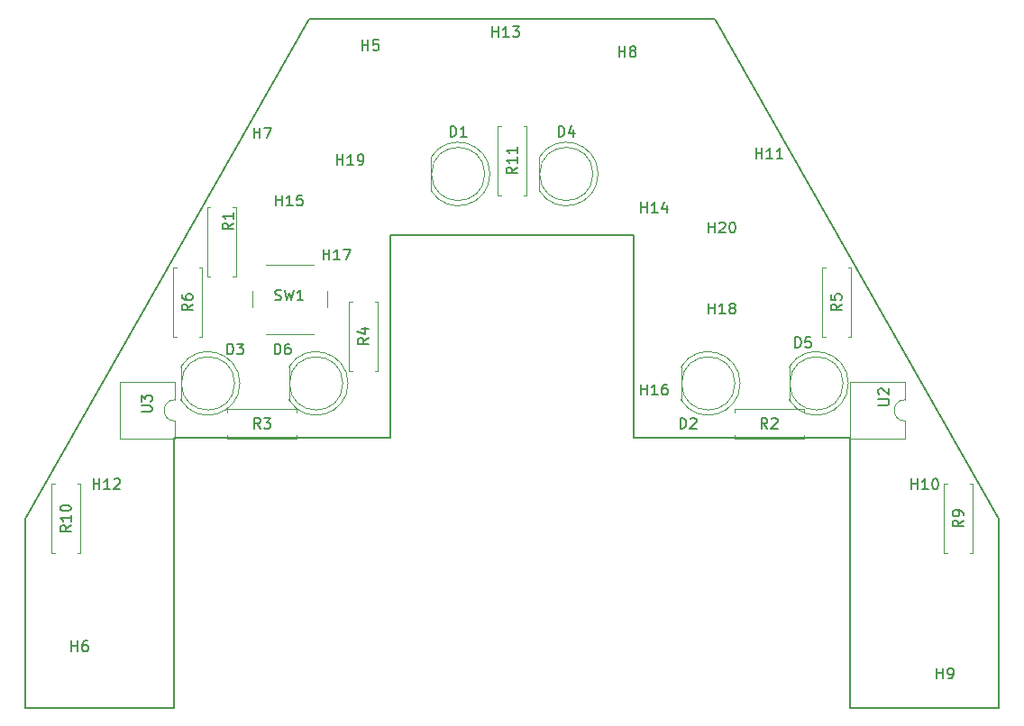
<source format=gbr>
%TF.GenerationSoftware,KiCad,Pcbnew,5.0.2-bee76a0~70~ubuntu18.04.1*%
%TF.CreationDate,2020-12-06T16:42:28+01:00*%
%TF.ProjectId,Robot-power-control,526f626f-742d-4706-9f77-65722d636f6e,rev?*%
%TF.SameCoordinates,Original*%
%TF.FileFunction,Legend,Top*%
%TF.FilePolarity,Positive*%
%FSLAX46Y46*%
G04 Gerber Fmt 4.6, Leading zero omitted, Abs format (unit mm)*
G04 Created by KiCad (PCBNEW 5.0.2-bee76a0~70~ubuntu18.04.1) date dim. 06 déc. 2020 16:42:28 CET*
%MOMM*%
%LPD*%
G01*
G04 APERTURE LIST*
%ADD10C,0.200000*%
%ADD11C,0.120000*%
%ADD12C,0.150000*%
G04 APERTURE END LIST*
D10*
X88900000Y-50800000D02*
X115570000Y-97790000D01*
X115570000Y-115570000D02*
X115570000Y-97790000D01*
X101600000Y-115570000D02*
X115570000Y-115570000D01*
X101600000Y-90170000D02*
X101600000Y-115570000D01*
X81280000Y-90170000D02*
X101600000Y-90170000D01*
X81280000Y-71120000D02*
X81280000Y-90170000D01*
X58420000Y-71120000D02*
X81280000Y-71120000D01*
X58420000Y-90170000D02*
X58420000Y-71120000D01*
X38100000Y-90170000D02*
X58420000Y-90170000D01*
X38100000Y-115570000D02*
X38100000Y-90170000D01*
X24130000Y-115570000D02*
X38100000Y-115570000D01*
X24130000Y-97790000D02*
X24130000Y-115570000D01*
X50800000Y-50800000D02*
X24130000Y-97790000D01*
X50800000Y-50800000D02*
X88900000Y-50800000D01*
D11*
X106740000Y-90280000D02*
X106740000Y-88630000D01*
X101540000Y-90280000D02*
X106740000Y-90280000D01*
X101540000Y-84980000D02*
X101540000Y-90280000D01*
X106740000Y-84980000D02*
X101540000Y-84980000D01*
X106740000Y-86630000D02*
X106740000Y-84980000D01*
X106740000Y-88630000D02*
G75*
G02X106740000Y-86630000I0J1000000D01*
G01*
X38160000Y-90280000D02*
X38160000Y-88630000D01*
X32960000Y-90280000D02*
X38160000Y-90280000D01*
X32960000Y-84980000D02*
X32960000Y-90280000D01*
X38160000Y-84980000D02*
X32960000Y-84980000D01*
X38160000Y-86630000D02*
X38160000Y-84980000D01*
X38160000Y-88630000D02*
G75*
G02X38160000Y-86630000I0J1000000D01*
G01*
X43915000Y-68485000D02*
X43585000Y-68485000D01*
X43915000Y-75025000D02*
X43915000Y-68485000D01*
X43585000Y-75025000D02*
X43915000Y-75025000D01*
X41175000Y-68485000D02*
X41505000Y-68485000D01*
X41175000Y-75025000D02*
X41175000Y-68485000D01*
X41505000Y-75025000D02*
X41175000Y-75025000D01*
X90710000Y-87530000D02*
X90710000Y-87860000D01*
X97250000Y-87530000D02*
X90710000Y-87530000D01*
X97250000Y-87860000D02*
X97250000Y-87530000D01*
X90710000Y-90270000D02*
X90710000Y-89940000D01*
X97250000Y-90270000D02*
X90710000Y-90270000D01*
X97250000Y-89940000D02*
X97250000Y-90270000D01*
X49625000Y-90270000D02*
X49625000Y-89940000D01*
X43085000Y-90270000D02*
X49625000Y-90270000D01*
X43085000Y-89940000D02*
X43085000Y-90270000D01*
X49625000Y-87530000D02*
X49625000Y-87860000D01*
X43085000Y-87530000D02*
X49625000Y-87530000D01*
X43085000Y-87860000D02*
X43085000Y-87530000D01*
X54510000Y-83915000D02*
X54840000Y-83915000D01*
X54510000Y-77375000D02*
X54510000Y-83915000D01*
X54840000Y-77375000D02*
X54510000Y-77375000D01*
X57250000Y-83915000D02*
X56920000Y-83915000D01*
X57250000Y-77375000D02*
X57250000Y-83915000D01*
X56920000Y-77375000D02*
X57250000Y-77375000D01*
X101700000Y-74200000D02*
X101370000Y-74200000D01*
X101700000Y-80740000D02*
X101700000Y-74200000D01*
X101370000Y-80740000D02*
X101700000Y-80740000D01*
X98960000Y-74200000D02*
X99290000Y-74200000D01*
X98960000Y-80740000D02*
X98960000Y-74200000D01*
X99290000Y-80740000D02*
X98960000Y-80740000D01*
X40740000Y-74200000D02*
X40410000Y-74200000D01*
X40740000Y-80740000D02*
X40740000Y-74200000D01*
X40410000Y-80740000D02*
X40740000Y-80740000D01*
X38000000Y-74200000D02*
X38330000Y-74200000D01*
X38000000Y-80740000D02*
X38000000Y-74200000D01*
X38330000Y-80740000D02*
X38000000Y-80740000D01*
X113130000Y-94520000D02*
X112800000Y-94520000D01*
X113130000Y-101060000D02*
X113130000Y-94520000D01*
X112800000Y-101060000D02*
X113130000Y-101060000D01*
X110390000Y-94520000D02*
X110720000Y-94520000D01*
X110390000Y-101060000D02*
X110390000Y-94520000D01*
X110720000Y-101060000D02*
X110390000Y-101060000D01*
X29310000Y-94520000D02*
X28980000Y-94520000D01*
X29310000Y-101060000D02*
X29310000Y-94520000D01*
X28980000Y-101060000D02*
X29310000Y-101060000D01*
X26570000Y-94520000D02*
X26900000Y-94520000D01*
X26570000Y-101060000D02*
X26570000Y-94520000D01*
X26900000Y-101060000D02*
X26570000Y-101060000D01*
X71220000Y-60865000D02*
X70890000Y-60865000D01*
X71220000Y-67405000D02*
X71220000Y-60865000D01*
X70890000Y-67405000D02*
X71220000Y-67405000D01*
X68480000Y-60865000D02*
X68810000Y-60865000D01*
X68480000Y-67405000D02*
X68480000Y-60865000D01*
X68810000Y-67405000D02*
X68480000Y-67405000D01*
X62210000Y-63860000D02*
X62210000Y-66950000D01*
X67270000Y-65405000D02*
G75*
G03X67270000Y-65405000I-2500000J0D01*
G01*
X67760000Y-65404538D02*
G75*
G02X62210000Y-66949830I-2990000J-462D01*
G01*
X67760000Y-65405462D02*
G75*
G03X62210000Y-63860170I-2990000J462D01*
G01*
X91255000Y-85090462D02*
G75*
G03X85705000Y-83545170I-2990000J462D01*
G01*
X91255000Y-85089538D02*
G75*
G02X85705000Y-86634830I-2990000J-462D01*
G01*
X90765000Y-85090000D02*
G75*
G03X90765000Y-85090000I-2500000J0D01*
G01*
X85705000Y-83545000D02*
X85705000Y-86635000D01*
X38715000Y-83545000D02*
X38715000Y-86635000D01*
X43775000Y-85090000D02*
G75*
G03X43775000Y-85090000I-2500000J0D01*
G01*
X44265000Y-85089538D02*
G75*
G02X38715000Y-86634830I-2990000J-462D01*
G01*
X44265000Y-85090462D02*
G75*
G03X38715000Y-83545170I-2990000J462D01*
G01*
X72370000Y-63860000D02*
X72370000Y-66950000D01*
X77430000Y-65405000D02*
G75*
G03X77430000Y-65405000I-2500000J0D01*
G01*
X77920000Y-65404538D02*
G75*
G02X72370000Y-66949830I-2990000J-462D01*
G01*
X77920000Y-65405462D02*
G75*
G03X72370000Y-63860170I-2990000J462D01*
G01*
X101415000Y-85090462D02*
G75*
G03X95865000Y-83545170I-2990000J462D01*
G01*
X101415000Y-85089538D02*
G75*
G02X95865000Y-86634830I-2990000J-462D01*
G01*
X100925000Y-85090000D02*
G75*
G03X100925000Y-85090000I-2500000J0D01*
G01*
X95865000Y-83545000D02*
X95865000Y-86635000D01*
X54425000Y-85090462D02*
G75*
G03X48875000Y-83545170I-2990000J462D01*
G01*
X54425000Y-85089538D02*
G75*
G02X48875000Y-86634830I-2990000J-462D01*
G01*
X53935000Y-85090000D02*
G75*
G03X53935000Y-85090000I-2500000J0D01*
G01*
X48875000Y-83545000D02*
X48875000Y-86635000D01*
X46720000Y-80430000D02*
X51220000Y-80430000D01*
X45470000Y-76430000D02*
X45470000Y-77930000D01*
X51220000Y-73930000D02*
X46720000Y-73930000D01*
X52470000Y-77930000D02*
X52470000Y-76430000D01*
D12*
X104227380Y-87121904D02*
X105036904Y-87121904D01*
X105132142Y-87074285D01*
X105179761Y-87026666D01*
X105227380Y-86931428D01*
X105227380Y-86740952D01*
X105179761Y-86645714D01*
X105132142Y-86598095D01*
X105036904Y-86550476D01*
X104227380Y-86550476D01*
X104322619Y-86121904D02*
X104275000Y-86074285D01*
X104227380Y-85979047D01*
X104227380Y-85740952D01*
X104275000Y-85645714D01*
X104322619Y-85598095D01*
X104417857Y-85550476D01*
X104513095Y-85550476D01*
X104655952Y-85598095D01*
X105227380Y-86169523D01*
X105227380Y-85550476D01*
X35012380Y-87756904D02*
X35821904Y-87756904D01*
X35917142Y-87709285D01*
X35964761Y-87661666D01*
X36012380Y-87566428D01*
X36012380Y-87375952D01*
X35964761Y-87280714D01*
X35917142Y-87233095D01*
X35821904Y-87185476D01*
X35012380Y-87185476D01*
X35012380Y-86804523D02*
X35012380Y-86185476D01*
X35393333Y-86518809D01*
X35393333Y-86375952D01*
X35440952Y-86280714D01*
X35488571Y-86233095D01*
X35583809Y-86185476D01*
X35821904Y-86185476D01*
X35917142Y-86233095D01*
X35964761Y-86280714D01*
X36012380Y-86375952D01*
X36012380Y-86661666D01*
X35964761Y-86756904D01*
X35917142Y-86804523D01*
X43632380Y-70016666D02*
X43156190Y-70350000D01*
X43632380Y-70588095D02*
X42632380Y-70588095D01*
X42632380Y-70207142D01*
X42680000Y-70111904D01*
X42727619Y-70064285D01*
X42822857Y-70016666D01*
X42965714Y-70016666D01*
X43060952Y-70064285D01*
X43108571Y-70111904D01*
X43156190Y-70207142D01*
X43156190Y-70588095D01*
X43632380Y-69064285D02*
X43632380Y-69635714D01*
X43632380Y-69350000D02*
X42632380Y-69350000D01*
X42775238Y-69445238D01*
X42870476Y-69540476D01*
X42918095Y-69635714D01*
X93813333Y-89352380D02*
X93480000Y-88876190D01*
X93241904Y-89352380D02*
X93241904Y-88352380D01*
X93622857Y-88352380D01*
X93718095Y-88400000D01*
X93765714Y-88447619D01*
X93813333Y-88542857D01*
X93813333Y-88685714D01*
X93765714Y-88780952D01*
X93718095Y-88828571D01*
X93622857Y-88876190D01*
X93241904Y-88876190D01*
X94194285Y-88447619D02*
X94241904Y-88400000D01*
X94337142Y-88352380D01*
X94575238Y-88352380D01*
X94670476Y-88400000D01*
X94718095Y-88447619D01*
X94765714Y-88542857D01*
X94765714Y-88638095D01*
X94718095Y-88780952D01*
X94146666Y-89352380D01*
X94765714Y-89352380D01*
X46188333Y-89352380D02*
X45855000Y-88876190D01*
X45616904Y-89352380D02*
X45616904Y-88352380D01*
X45997857Y-88352380D01*
X46093095Y-88400000D01*
X46140714Y-88447619D01*
X46188333Y-88542857D01*
X46188333Y-88685714D01*
X46140714Y-88780952D01*
X46093095Y-88828571D01*
X45997857Y-88876190D01*
X45616904Y-88876190D01*
X46521666Y-88352380D02*
X47140714Y-88352380D01*
X46807380Y-88733333D01*
X46950238Y-88733333D01*
X47045476Y-88780952D01*
X47093095Y-88828571D01*
X47140714Y-88923809D01*
X47140714Y-89161904D01*
X47093095Y-89257142D01*
X47045476Y-89304761D01*
X46950238Y-89352380D01*
X46664523Y-89352380D01*
X46569285Y-89304761D01*
X46521666Y-89257142D01*
X56332380Y-80811666D02*
X55856190Y-81145000D01*
X56332380Y-81383095D02*
X55332380Y-81383095D01*
X55332380Y-81002142D01*
X55380000Y-80906904D01*
X55427619Y-80859285D01*
X55522857Y-80811666D01*
X55665714Y-80811666D01*
X55760952Y-80859285D01*
X55808571Y-80906904D01*
X55856190Y-81002142D01*
X55856190Y-81383095D01*
X55665714Y-79954523D02*
X56332380Y-79954523D01*
X55284761Y-80192619D02*
X55999047Y-80430714D01*
X55999047Y-79811666D01*
X100782380Y-77636666D02*
X100306190Y-77970000D01*
X100782380Y-78208095D02*
X99782380Y-78208095D01*
X99782380Y-77827142D01*
X99830000Y-77731904D01*
X99877619Y-77684285D01*
X99972857Y-77636666D01*
X100115714Y-77636666D01*
X100210952Y-77684285D01*
X100258571Y-77731904D01*
X100306190Y-77827142D01*
X100306190Y-78208095D01*
X99782380Y-76731904D02*
X99782380Y-77208095D01*
X100258571Y-77255714D01*
X100210952Y-77208095D01*
X100163333Y-77112857D01*
X100163333Y-76874761D01*
X100210952Y-76779523D01*
X100258571Y-76731904D01*
X100353809Y-76684285D01*
X100591904Y-76684285D01*
X100687142Y-76731904D01*
X100734761Y-76779523D01*
X100782380Y-76874761D01*
X100782380Y-77112857D01*
X100734761Y-77208095D01*
X100687142Y-77255714D01*
X39822380Y-77636666D02*
X39346190Y-77970000D01*
X39822380Y-78208095D02*
X38822380Y-78208095D01*
X38822380Y-77827142D01*
X38870000Y-77731904D01*
X38917619Y-77684285D01*
X39012857Y-77636666D01*
X39155714Y-77636666D01*
X39250952Y-77684285D01*
X39298571Y-77731904D01*
X39346190Y-77827142D01*
X39346190Y-78208095D01*
X38822380Y-76779523D02*
X38822380Y-76970000D01*
X38870000Y-77065238D01*
X38917619Y-77112857D01*
X39060476Y-77208095D01*
X39250952Y-77255714D01*
X39631904Y-77255714D01*
X39727142Y-77208095D01*
X39774761Y-77160476D01*
X39822380Y-77065238D01*
X39822380Y-76874761D01*
X39774761Y-76779523D01*
X39727142Y-76731904D01*
X39631904Y-76684285D01*
X39393809Y-76684285D01*
X39298571Y-76731904D01*
X39250952Y-76779523D01*
X39203333Y-76874761D01*
X39203333Y-77065238D01*
X39250952Y-77160476D01*
X39298571Y-77208095D01*
X39393809Y-77255714D01*
X112212380Y-97956666D02*
X111736190Y-98290000D01*
X112212380Y-98528095D02*
X111212380Y-98528095D01*
X111212380Y-98147142D01*
X111260000Y-98051904D01*
X111307619Y-98004285D01*
X111402857Y-97956666D01*
X111545714Y-97956666D01*
X111640952Y-98004285D01*
X111688571Y-98051904D01*
X111736190Y-98147142D01*
X111736190Y-98528095D01*
X112212380Y-97480476D02*
X112212380Y-97290000D01*
X112164761Y-97194761D01*
X112117142Y-97147142D01*
X111974285Y-97051904D01*
X111783809Y-97004285D01*
X111402857Y-97004285D01*
X111307619Y-97051904D01*
X111260000Y-97099523D01*
X111212380Y-97194761D01*
X111212380Y-97385238D01*
X111260000Y-97480476D01*
X111307619Y-97528095D01*
X111402857Y-97575714D01*
X111640952Y-97575714D01*
X111736190Y-97528095D01*
X111783809Y-97480476D01*
X111831428Y-97385238D01*
X111831428Y-97194761D01*
X111783809Y-97099523D01*
X111736190Y-97051904D01*
X111640952Y-97004285D01*
X28392380Y-98432857D02*
X27916190Y-98766190D01*
X28392380Y-99004285D02*
X27392380Y-99004285D01*
X27392380Y-98623333D01*
X27440000Y-98528095D01*
X27487619Y-98480476D01*
X27582857Y-98432857D01*
X27725714Y-98432857D01*
X27820952Y-98480476D01*
X27868571Y-98528095D01*
X27916190Y-98623333D01*
X27916190Y-99004285D01*
X28392380Y-97480476D02*
X28392380Y-98051904D01*
X28392380Y-97766190D02*
X27392380Y-97766190D01*
X27535238Y-97861428D01*
X27630476Y-97956666D01*
X27678095Y-98051904D01*
X27392380Y-96861428D02*
X27392380Y-96766190D01*
X27440000Y-96670952D01*
X27487619Y-96623333D01*
X27582857Y-96575714D01*
X27773333Y-96528095D01*
X28011428Y-96528095D01*
X28201904Y-96575714D01*
X28297142Y-96623333D01*
X28344761Y-96670952D01*
X28392380Y-96766190D01*
X28392380Y-96861428D01*
X28344761Y-96956666D01*
X28297142Y-97004285D01*
X28201904Y-97051904D01*
X28011428Y-97099523D01*
X27773333Y-97099523D01*
X27582857Y-97051904D01*
X27487619Y-97004285D01*
X27440000Y-96956666D01*
X27392380Y-96861428D01*
X70302380Y-64777857D02*
X69826190Y-65111190D01*
X70302380Y-65349285D02*
X69302380Y-65349285D01*
X69302380Y-64968333D01*
X69350000Y-64873095D01*
X69397619Y-64825476D01*
X69492857Y-64777857D01*
X69635714Y-64777857D01*
X69730952Y-64825476D01*
X69778571Y-64873095D01*
X69826190Y-64968333D01*
X69826190Y-65349285D01*
X70302380Y-63825476D02*
X70302380Y-64396904D01*
X70302380Y-64111190D02*
X69302380Y-64111190D01*
X69445238Y-64206428D01*
X69540476Y-64301666D01*
X69588095Y-64396904D01*
X70302380Y-62873095D02*
X70302380Y-63444523D01*
X70302380Y-63158809D02*
X69302380Y-63158809D01*
X69445238Y-63254047D01*
X69540476Y-63349285D01*
X69588095Y-63444523D01*
X64031904Y-61897380D02*
X64031904Y-60897380D01*
X64270000Y-60897380D01*
X64412857Y-60945000D01*
X64508095Y-61040238D01*
X64555714Y-61135476D01*
X64603333Y-61325952D01*
X64603333Y-61468809D01*
X64555714Y-61659285D01*
X64508095Y-61754523D01*
X64412857Y-61849761D01*
X64270000Y-61897380D01*
X64031904Y-61897380D01*
X65555714Y-61897380D02*
X64984285Y-61897380D01*
X65270000Y-61897380D02*
X65270000Y-60897380D01*
X65174761Y-61040238D01*
X65079523Y-61135476D01*
X64984285Y-61183095D01*
X85621904Y-89352380D02*
X85621904Y-88352380D01*
X85860000Y-88352380D01*
X86002857Y-88400000D01*
X86098095Y-88495238D01*
X86145714Y-88590476D01*
X86193333Y-88780952D01*
X86193333Y-88923809D01*
X86145714Y-89114285D01*
X86098095Y-89209523D01*
X86002857Y-89304761D01*
X85860000Y-89352380D01*
X85621904Y-89352380D01*
X86574285Y-88447619D02*
X86621904Y-88400000D01*
X86717142Y-88352380D01*
X86955238Y-88352380D01*
X87050476Y-88400000D01*
X87098095Y-88447619D01*
X87145714Y-88542857D01*
X87145714Y-88638095D01*
X87098095Y-88780952D01*
X86526666Y-89352380D01*
X87145714Y-89352380D01*
X43076904Y-82367380D02*
X43076904Y-81367380D01*
X43315000Y-81367380D01*
X43457857Y-81415000D01*
X43553095Y-81510238D01*
X43600714Y-81605476D01*
X43648333Y-81795952D01*
X43648333Y-81938809D01*
X43600714Y-82129285D01*
X43553095Y-82224523D01*
X43457857Y-82319761D01*
X43315000Y-82367380D01*
X43076904Y-82367380D01*
X43981666Y-81367380D02*
X44600714Y-81367380D01*
X44267380Y-81748333D01*
X44410238Y-81748333D01*
X44505476Y-81795952D01*
X44553095Y-81843571D01*
X44600714Y-81938809D01*
X44600714Y-82176904D01*
X44553095Y-82272142D01*
X44505476Y-82319761D01*
X44410238Y-82367380D01*
X44124523Y-82367380D01*
X44029285Y-82319761D01*
X43981666Y-82272142D01*
X74191904Y-61897380D02*
X74191904Y-60897380D01*
X74430000Y-60897380D01*
X74572857Y-60945000D01*
X74668095Y-61040238D01*
X74715714Y-61135476D01*
X74763333Y-61325952D01*
X74763333Y-61468809D01*
X74715714Y-61659285D01*
X74668095Y-61754523D01*
X74572857Y-61849761D01*
X74430000Y-61897380D01*
X74191904Y-61897380D01*
X75620476Y-61230714D02*
X75620476Y-61897380D01*
X75382380Y-60849761D02*
X75144285Y-61564047D01*
X75763333Y-61564047D01*
X96416904Y-81732380D02*
X96416904Y-80732380D01*
X96655000Y-80732380D01*
X96797857Y-80780000D01*
X96893095Y-80875238D01*
X96940714Y-80970476D01*
X96988333Y-81160952D01*
X96988333Y-81303809D01*
X96940714Y-81494285D01*
X96893095Y-81589523D01*
X96797857Y-81684761D01*
X96655000Y-81732380D01*
X96416904Y-81732380D01*
X97893095Y-80732380D02*
X97416904Y-80732380D01*
X97369285Y-81208571D01*
X97416904Y-81160952D01*
X97512142Y-81113333D01*
X97750238Y-81113333D01*
X97845476Y-81160952D01*
X97893095Y-81208571D01*
X97940714Y-81303809D01*
X97940714Y-81541904D01*
X97893095Y-81637142D01*
X97845476Y-81684761D01*
X97750238Y-81732380D01*
X97512142Y-81732380D01*
X97416904Y-81684761D01*
X97369285Y-81637142D01*
X47521904Y-82367380D02*
X47521904Y-81367380D01*
X47760000Y-81367380D01*
X47902857Y-81415000D01*
X47998095Y-81510238D01*
X48045714Y-81605476D01*
X48093333Y-81795952D01*
X48093333Y-81938809D01*
X48045714Y-82129285D01*
X47998095Y-82224523D01*
X47902857Y-82319761D01*
X47760000Y-82367380D01*
X47521904Y-82367380D01*
X48950476Y-81367380D02*
X48760000Y-81367380D01*
X48664761Y-81415000D01*
X48617142Y-81462619D01*
X48521904Y-81605476D01*
X48474285Y-81795952D01*
X48474285Y-82176904D01*
X48521904Y-82272142D01*
X48569523Y-82319761D01*
X48664761Y-82367380D01*
X48855238Y-82367380D01*
X48950476Y-82319761D01*
X48998095Y-82272142D01*
X49045714Y-82176904D01*
X49045714Y-81938809D01*
X48998095Y-81843571D01*
X48950476Y-81795952D01*
X48855238Y-81748333D01*
X48664761Y-81748333D01*
X48569523Y-81795952D01*
X48521904Y-81843571D01*
X48474285Y-81938809D01*
X55753095Y-53792380D02*
X55753095Y-52792380D01*
X55753095Y-53268571D02*
X56324523Y-53268571D01*
X56324523Y-53792380D02*
X56324523Y-52792380D01*
X57276904Y-52792380D02*
X56800714Y-52792380D01*
X56753095Y-53268571D01*
X56800714Y-53220952D01*
X56895952Y-53173333D01*
X57134047Y-53173333D01*
X57229285Y-53220952D01*
X57276904Y-53268571D01*
X57324523Y-53363809D01*
X57324523Y-53601904D01*
X57276904Y-53697142D01*
X57229285Y-53744761D01*
X57134047Y-53792380D01*
X56895952Y-53792380D01*
X56800714Y-53744761D01*
X56753095Y-53697142D01*
X28448095Y-110282380D02*
X28448095Y-109282380D01*
X28448095Y-109758571D02*
X29019523Y-109758571D01*
X29019523Y-110282380D02*
X29019523Y-109282380D01*
X29924285Y-109282380D02*
X29733809Y-109282380D01*
X29638571Y-109330000D01*
X29590952Y-109377619D01*
X29495714Y-109520476D01*
X29448095Y-109710952D01*
X29448095Y-110091904D01*
X29495714Y-110187142D01*
X29543333Y-110234761D01*
X29638571Y-110282380D01*
X29829047Y-110282380D01*
X29924285Y-110234761D01*
X29971904Y-110187142D01*
X30019523Y-110091904D01*
X30019523Y-109853809D01*
X29971904Y-109758571D01*
X29924285Y-109710952D01*
X29829047Y-109663333D01*
X29638571Y-109663333D01*
X29543333Y-109710952D01*
X29495714Y-109758571D01*
X29448095Y-109853809D01*
X45593095Y-62047380D02*
X45593095Y-61047380D01*
X45593095Y-61523571D02*
X46164523Y-61523571D01*
X46164523Y-62047380D02*
X46164523Y-61047380D01*
X46545476Y-61047380D02*
X47212142Y-61047380D01*
X46783571Y-62047380D01*
X79883095Y-54402380D02*
X79883095Y-53402380D01*
X79883095Y-53878571D02*
X80454523Y-53878571D01*
X80454523Y-54402380D02*
X80454523Y-53402380D01*
X81073571Y-53830952D02*
X80978333Y-53783333D01*
X80930714Y-53735714D01*
X80883095Y-53640476D01*
X80883095Y-53592857D01*
X80930714Y-53497619D01*
X80978333Y-53450000D01*
X81073571Y-53402380D01*
X81264047Y-53402380D01*
X81359285Y-53450000D01*
X81406904Y-53497619D01*
X81454523Y-53592857D01*
X81454523Y-53640476D01*
X81406904Y-53735714D01*
X81359285Y-53783333D01*
X81264047Y-53830952D01*
X81073571Y-53830952D01*
X80978333Y-53878571D01*
X80930714Y-53926190D01*
X80883095Y-54021428D01*
X80883095Y-54211904D01*
X80930714Y-54307142D01*
X80978333Y-54354761D01*
X81073571Y-54402380D01*
X81264047Y-54402380D01*
X81359285Y-54354761D01*
X81406904Y-54307142D01*
X81454523Y-54211904D01*
X81454523Y-54021428D01*
X81406904Y-53926190D01*
X81359285Y-53878571D01*
X81264047Y-53830952D01*
X109728095Y-112847380D02*
X109728095Y-111847380D01*
X109728095Y-112323571D02*
X110299523Y-112323571D01*
X110299523Y-112847380D02*
X110299523Y-111847380D01*
X110823333Y-112847380D02*
X111013809Y-112847380D01*
X111109047Y-112799761D01*
X111156666Y-112752142D01*
X111251904Y-112609285D01*
X111299523Y-112418809D01*
X111299523Y-112037857D01*
X111251904Y-111942619D01*
X111204285Y-111895000D01*
X111109047Y-111847380D01*
X110918571Y-111847380D01*
X110823333Y-111895000D01*
X110775714Y-111942619D01*
X110728095Y-112037857D01*
X110728095Y-112275952D01*
X110775714Y-112371190D01*
X110823333Y-112418809D01*
X110918571Y-112466428D01*
X111109047Y-112466428D01*
X111204285Y-112418809D01*
X111251904Y-112371190D01*
X111299523Y-112275952D01*
X107346904Y-95042380D02*
X107346904Y-94042380D01*
X107346904Y-94518571D02*
X107918333Y-94518571D01*
X107918333Y-95042380D02*
X107918333Y-94042380D01*
X108918333Y-95042380D02*
X108346904Y-95042380D01*
X108632619Y-95042380D02*
X108632619Y-94042380D01*
X108537380Y-94185238D01*
X108442142Y-94280476D01*
X108346904Y-94328095D01*
X109537380Y-94042380D02*
X109632619Y-94042380D01*
X109727857Y-94090000D01*
X109775476Y-94137619D01*
X109823095Y-94232857D01*
X109870714Y-94423333D01*
X109870714Y-94661428D01*
X109823095Y-94851904D01*
X109775476Y-94947142D01*
X109727857Y-94994761D01*
X109632619Y-95042380D01*
X109537380Y-95042380D01*
X109442142Y-94994761D01*
X109394523Y-94947142D01*
X109346904Y-94851904D01*
X109299285Y-94661428D01*
X109299285Y-94423333D01*
X109346904Y-94232857D01*
X109394523Y-94137619D01*
X109442142Y-94090000D01*
X109537380Y-94042380D01*
X92741904Y-63952380D02*
X92741904Y-62952380D01*
X92741904Y-63428571D02*
X93313333Y-63428571D01*
X93313333Y-63952380D02*
X93313333Y-62952380D01*
X94313333Y-63952380D02*
X93741904Y-63952380D01*
X94027619Y-63952380D02*
X94027619Y-62952380D01*
X93932380Y-63095238D01*
X93837142Y-63190476D01*
X93741904Y-63238095D01*
X95265714Y-63952380D02*
X94694285Y-63952380D01*
X94980000Y-63952380D02*
X94980000Y-62952380D01*
X94884761Y-63095238D01*
X94789523Y-63190476D01*
X94694285Y-63238095D01*
X30511904Y-95042380D02*
X30511904Y-94042380D01*
X30511904Y-94518571D02*
X31083333Y-94518571D01*
X31083333Y-95042380D02*
X31083333Y-94042380D01*
X32083333Y-95042380D02*
X31511904Y-95042380D01*
X31797619Y-95042380D02*
X31797619Y-94042380D01*
X31702380Y-94185238D01*
X31607142Y-94280476D01*
X31511904Y-94328095D01*
X32464285Y-94137619D02*
X32511904Y-94090000D01*
X32607142Y-94042380D01*
X32845238Y-94042380D01*
X32940476Y-94090000D01*
X32988095Y-94137619D01*
X33035714Y-94232857D01*
X33035714Y-94328095D01*
X32988095Y-94470952D01*
X32416666Y-95042380D01*
X33035714Y-95042380D01*
X47561666Y-77239761D02*
X47704523Y-77287380D01*
X47942619Y-77287380D01*
X48037857Y-77239761D01*
X48085476Y-77192142D01*
X48133095Y-77096904D01*
X48133095Y-77001666D01*
X48085476Y-76906428D01*
X48037857Y-76858809D01*
X47942619Y-76811190D01*
X47752142Y-76763571D01*
X47656904Y-76715952D01*
X47609285Y-76668333D01*
X47561666Y-76573095D01*
X47561666Y-76477857D01*
X47609285Y-76382619D01*
X47656904Y-76335000D01*
X47752142Y-76287380D01*
X47990238Y-76287380D01*
X48133095Y-76335000D01*
X48466428Y-76287380D02*
X48704523Y-77287380D01*
X48895000Y-76573095D01*
X49085476Y-77287380D01*
X49323571Y-76287380D01*
X50228333Y-77287380D02*
X49656904Y-77287380D01*
X49942619Y-77287380D02*
X49942619Y-76287380D01*
X49847380Y-76430238D01*
X49752142Y-76525476D01*
X49656904Y-76573095D01*
X67976904Y-52522380D02*
X67976904Y-51522380D01*
X67976904Y-51998571D02*
X68548333Y-51998571D01*
X68548333Y-52522380D02*
X68548333Y-51522380D01*
X69548333Y-52522380D02*
X68976904Y-52522380D01*
X69262619Y-52522380D02*
X69262619Y-51522380D01*
X69167380Y-51665238D01*
X69072142Y-51760476D01*
X68976904Y-51808095D01*
X69881666Y-51522380D02*
X70500714Y-51522380D01*
X70167380Y-51903333D01*
X70310238Y-51903333D01*
X70405476Y-51950952D01*
X70453095Y-51998571D01*
X70500714Y-52093809D01*
X70500714Y-52331904D01*
X70453095Y-52427142D01*
X70405476Y-52474761D01*
X70310238Y-52522380D01*
X70024523Y-52522380D01*
X69929285Y-52474761D01*
X69881666Y-52427142D01*
X81946904Y-69032380D02*
X81946904Y-68032380D01*
X81946904Y-68508571D02*
X82518333Y-68508571D01*
X82518333Y-69032380D02*
X82518333Y-68032380D01*
X83518333Y-69032380D02*
X82946904Y-69032380D01*
X83232619Y-69032380D02*
X83232619Y-68032380D01*
X83137380Y-68175238D01*
X83042142Y-68270476D01*
X82946904Y-68318095D01*
X84375476Y-68365714D02*
X84375476Y-69032380D01*
X84137380Y-67984761D02*
X83899285Y-68699047D01*
X84518333Y-68699047D01*
X81946904Y-86177380D02*
X81946904Y-85177380D01*
X81946904Y-85653571D02*
X82518333Y-85653571D01*
X82518333Y-86177380D02*
X82518333Y-85177380D01*
X83518333Y-86177380D02*
X82946904Y-86177380D01*
X83232619Y-86177380D02*
X83232619Y-85177380D01*
X83137380Y-85320238D01*
X83042142Y-85415476D01*
X82946904Y-85463095D01*
X84375476Y-85177380D02*
X84185000Y-85177380D01*
X84089761Y-85225000D01*
X84042142Y-85272619D01*
X83946904Y-85415476D01*
X83899285Y-85605952D01*
X83899285Y-85986904D01*
X83946904Y-86082142D01*
X83994523Y-86129761D01*
X84089761Y-86177380D01*
X84280238Y-86177380D01*
X84375476Y-86129761D01*
X84423095Y-86082142D01*
X84470714Y-85986904D01*
X84470714Y-85748809D01*
X84423095Y-85653571D01*
X84375476Y-85605952D01*
X84280238Y-85558333D01*
X84089761Y-85558333D01*
X83994523Y-85605952D01*
X83946904Y-85653571D01*
X83899285Y-85748809D01*
X52101904Y-73477380D02*
X52101904Y-72477380D01*
X52101904Y-72953571D02*
X52673333Y-72953571D01*
X52673333Y-73477380D02*
X52673333Y-72477380D01*
X53673333Y-73477380D02*
X53101904Y-73477380D01*
X53387619Y-73477380D02*
X53387619Y-72477380D01*
X53292380Y-72620238D01*
X53197142Y-72715476D01*
X53101904Y-72763095D01*
X54006666Y-72477380D02*
X54673333Y-72477380D01*
X54244761Y-73477380D01*
X88296904Y-78557380D02*
X88296904Y-77557380D01*
X88296904Y-78033571D02*
X88868333Y-78033571D01*
X88868333Y-78557380D02*
X88868333Y-77557380D01*
X89868333Y-78557380D02*
X89296904Y-78557380D01*
X89582619Y-78557380D02*
X89582619Y-77557380D01*
X89487380Y-77700238D01*
X89392142Y-77795476D01*
X89296904Y-77843095D01*
X90439761Y-77985952D02*
X90344523Y-77938333D01*
X90296904Y-77890714D01*
X90249285Y-77795476D01*
X90249285Y-77747857D01*
X90296904Y-77652619D01*
X90344523Y-77605000D01*
X90439761Y-77557380D01*
X90630238Y-77557380D01*
X90725476Y-77605000D01*
X90773095Y-77652619D01*
X90820714Y-77747857D01*
X90820714Y-77795476D01*
X90773095Y-77890714D01*
X90725476Y-77938333D01*
X90630238Y-77985952D01*
X90439761Y-77985952D01*
X90344523Y-78033571D01*
X90296904Y-78081190D01*
X90249285Y-78176428D01*
X90249285Y-78366904D01*
X90296904Y-78462142D01*
X90344523Y-78509761D01*
X90439761Y-78557380D01*
X90630238Y-78557380D01*
X90725476Y-78509761D01*
X90773095Y-78462142D01*
X90820714Y-78366904D01*
X90820714Y-78176428D01*
X90773095Y-78081190D01*
X90725476Y-78033571D01*
X90630238Y-77985952D01*
X53371904Y-64562380D02*
X53371904Y-63562380D01*
X53371904Y-64038571D02*
X53943333Y-64038571D01*
X53943333Y-64562380D02*
X53943333Y-63562380D01*
X54943333Y-64562380D02*
X54371904Y-64562380D01*
X54657619Y-64562380D02*
X54657619Y-63562380D01*
X54562380Y-63705238D01*
X54467142Y-63800476D01*
X54371904Y-63848095D01*
X55419523Y-64562380D02*
X55610000Y-64562380D01*
X55705238Y-64514761D01*
X55752857Y-64467142D01*
X55848095Y-64324285D01*
X55895714Y-64133809D01*
X55895714Y-63752857D01*
X55848095Y-63657619D01*
X55800476Y-63610000D01*
X55705238Y-63562380D01*
X55514761Y-63562380D01*
X55419523Y-63610000D01*
X55371904Y-63657619D01*
X55324285Y-63752857D01*
X55324285Y-63990952D01*
X55371904Y-64086190D01*
X55419523Y-64133809D01*
X55514761Y-64181428D01*
X55705238Y-64181428D01*
X55800476Y-64133809D01*
X55848095Y-64086190D01*
X55895714Y-63990952D01*
X88296904Y-70937380D02*
X88296904Y-69937380D01*
X88296904Y-70413571D02*
X88868333Y-70413571D01*
X88868333Y-70937380D02*
X88868333Y-69937380D01*
X89296904Y-70032619D02*
X89344523Y-69985000D01*
X89439761Y-69937380D01*
X89677857Y-69937380D01*
X89773095Y-69985000D01*
X89820714Y-70032619D01*
X89868333Y-70127857D01*
X89868333Y-70223095D01*
X89820714Y-70365952D01*
X89249285Y-70937380D01*
X89868333Y-70937380D01*
X90487380Y-69937380D02*
X90582619Y-69937380D01*
X90677857Y-69985000D01*
X90725476Y-70032619D01*
X90773095Y-70127857D01*
X90820714Y-70318333D01*
X90820714Y-70556428D01*
X90773095Y-70746904D01*
X90725476Y-70842142D01*
X90677857Y-70889761D01*
X90582619Y-70937380D01*
X90487380Y-70937380D01*
X90392142Y-70889761D01*
X90344523Y-70842142D01*
X90296904Y-70746904D01*
X90249285Y-70556428D01*
X90249285Y-70318333D01*
X90296904Y-70127857D01*
X90344523Y-70032619D01*
X90392142Y-69985000D01*
X90487380Y-69937380D01*
X47656904Y-68397380D02*
X47656904Y-67397380D01*
X47656904Y-67873571D02*
X48228333Y-67873571D01*
X48228333Y-68397380D02*
X48228333Y-67397380D01*
X49228333Y-68397380D02*
X48656904Y-68397380D01*
X48942619Y-68397380D02*
X48942619Y-67397380D01*
X48847380Y-67540238D01*
X48752142Y-67635476D01*
X48656904Y-67683095D01*
X50133095Y-67397380D02*
X49656904Y-67397380D01*
X49609285Y-67873571D01*
X49656904Y-67825952D01*
X49752142Y-67778333D01*
X49990238Y-67778333D01*
X50085476Y-67825952D01*
X50133095Y-67873571D01*
X50180714Y-67968809D01*
X50180714Y-68206904D01*
X50133095Y-68302142D01*
X50085476Y-68349761D01*
X49990238Y-68397380D01*
X49752142Y-68397380D01*
X49656904Y-68349761D01*
X49609285Y-68302142D01*
M02*

</source>
